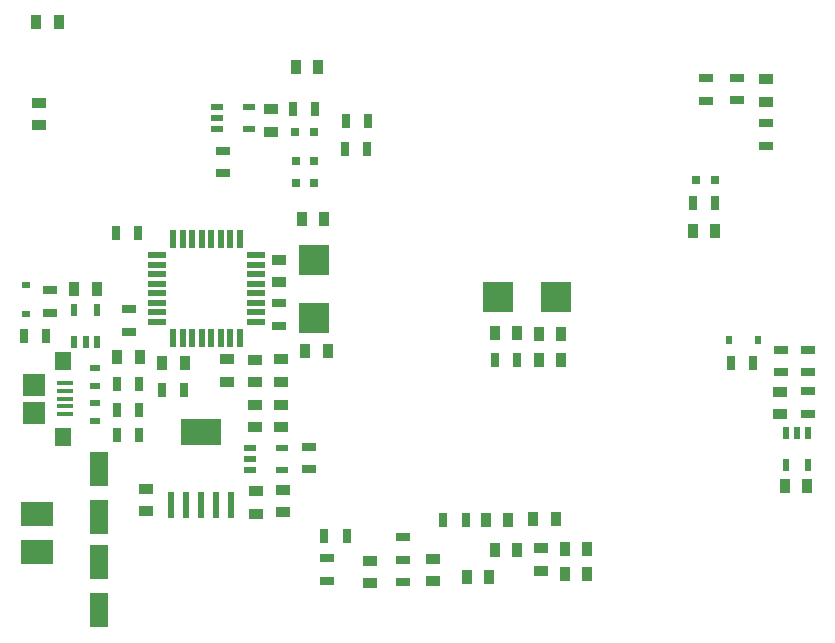
<source format=gtp>
G04*
G04 #@! TF.GenerationSoftware,Altium Limited,Altium Designer,21.3.1 (25)*
G04*
G04 Layer_Color=8421504*
%FSLAX44Y44*%
%MOMM*%
G71*
G04*
G04 #@! TF.SameCoordinates,472AA62F-3F09-4C21-BF2B-41C26AEB2B16*
G04*
G04*
G04 #@! TF.FilePolarity,Positive*
G04*
G01*
G75*
%ADD15R,3.5000X2.2000*%
%ADD16R,0.6000X2.2000*%
%ADD17R,1.2000X0.9000*%
%ADD18R,2.7000X2.0000*%
%ADD19R,1.3000X0.7000*%
%ADD20R,0.7000X1.3000*%
%ADD21R,2.5000X2.6000*%
%ADD22R,2.6000X2.5000*%
%ADD23R,1.0000X0.5500*%
%ADD24R,0.5500X1.0000*%
%ADD25R,1.6000X3.0000*%
%ADD26R,0.8000X0.8000*%
%ADD27R,1.9000X1.9000*%
%ADD28R,1.4000X1.6000*%
%ADD29R,1.3500X0.4000*%
%ADD30R,1.5000X0.5500*%
%ADD31R,0.5500X1.5000*%
%ADD32R,0.6858X0.5588*%
%ADD33R,0.5588X0.6858*%
%ADD34R,0.9000X0.6000*%
%ADD35R,0.9000X1.2000*%
D15*
X164084Y171208D02*
D03*
D16*
X189484Y109208D02*
D03*
X176784D02*
D03*
X164084D02*
D03*
X151384D02*
D03*
X138684D02*
D03*
D17*
X210820Y121260D02*
D03*
Y102260D02*
D03*
X232410Y175412D02*
D03*
Y194412D02*
D03*
X233680Y103530D02*
D03*
Y122530D02*
D03*
X655066Y205588D02*
D03*
Y186588D02*
D03*
X223774Y444602D02*
D03*
Y425602D02*
D03*
X307340Y43230D02*
D03*
Y62230D02*
D03*
X642874Y470104D02*
D03*
Y451104D02*
D03*
X26924Y430936D02*
D03*
Y449936D02*
D03*
X186690Y233020D02*
D03*
Y214020D02*
D03*
X230886Y298348D02*
D03*
Y317348D02*
D03*
X210058Y232512D02*
D03*
Y213512D02*
D03*
X360934Y45110D02*
D03*
Y64110D02*
D03*
X452628Y53746D02*
D03*
Y72746D02*
D03*
X209804Y175412D02*
D03*
Y194412D02*
D03*
X117602Y104038D02*
D03*
Y123038D02*
D03*
X232410Y213766D02*
D03*
Y232766D02*
D03*
D18*
X25400Y69600D02*
D03*
Y101600D02*
D03*
D19*
X256032Y158598D02*
D03*
Y139598D02*
D03*
X36830Y272440D02*
D03*
Y291440D02*
D03*
X270764Y64364D02*
D03*
Y45364D02*
D03*
X678434Y222148D02*
D03*
Y241148D02*
D03*
Y186842D02*
D03*
Y205842D02*
D03*
X103378Y256184D02*
D03*
Y275184D02*
D03*
X655574Y240894D02*
D03*
Y221894D02*
D03*
X335280Y44348D02*
D03*
Y63348D02*
D03*
Y82296D02*
D03*
Y63296D02*
D03*
X643128Y432816D02*
D03*
Y413816D02*
D03*
X591820Y451764D02*
D03*
Y470764D02*
D03*
X618490Y471018D02*
D03*
Y452018D02*
D03*
X230886Y261264D02*
D03*
Y280264D02*
D03*
X183388Y390550D02*
D03*
Y409550D02*
D03*
D20*
X268884Y83312D02*
D03*
X287884D02*
D03*
X33630Y252730D02*
D03*
X14630D02*
D03*
X432410Y232156D02*
D03*
X413410D02*
D03*
X241960Y444500D02*
D03*
X260960D02*
D03*
X388468Y97028D02*
D03*
X369468D02*
D03*
X112370Y168402D02*
D03*
X93370D02*
D03*
Y190246D02*
D03*
X112370D02*
D03*
Y212090D02*
D03*
X93370D02*
D03*
X111354Y340106D02*
D03*
X92354D02*
D03*
X131216Y207264D02*
D03*
X150216D02*
D03*
X286000Y411250D02*
D03*
X305000D02*
D03*
X306000Y434500D02*
D03*
X287000D02*
D03*
X631800Y229870D02*
D03*
X612800D02*
D03*
X599694Y365252D02*
D03*
X580694D02*
D03*
D21*
X415936Y285750D02*
D03*
X464936D02*
D03*
D22*
X260350Y317108D02*
D03*
Y268108D02*
D03*
D23*
X205956Y157836D02*
D03*
Y148336D02*
D03*
Y138836D02*
D03*
X232956Y157836D02*
D03*
Y138836D02*
D03*
X178270Y446888D02*
D03*
Y437388D02*
D03*
Y427888D02*
D03*
X205270Y446888D02*
D03*
Y427888D02*
D03*
D24*
X57302Y247612D02*
D03*
X66802D02*
D03*
X76302D02*
D03*
X57302Y274612D02*
D03*
X76302D02*
D03*
X678434Y170624D02*
D03*
X668934D02*
D03*
X659434D02*
D03*
X678434Y143624D02*
D03*
X659434D02*
D03*
D25*
X78232Y20648D02*
D03*
Y61648D02*
D03*
X77724Y99388D02*
D03*
Y140388D02*
D03*
D26*
X259714Y424942D02*
D03*
X243714D02*
D03*
X260476Y382524D02*
D03*
X244476D02*
D03*
X260476Y400812D02*
D03*
X244476D02*
D03*
X599566Y385064D02*
D03*
X583566D02*
D03*
D27*
X22860Y187410D02*
D03*
Y211410D02*
D03*
D28*
X47360Y167410D02*
D03*
Y231410D02*
D03*
D29*
X49610Y212410D02*
D03*
Y205910D02*
D03*
Y199410D02*
D03*
Y192910D02*
D03*
Y186410D02*
D03*
D30*
X211164Y264862D02*
D03*
Y272862D02*
D03*
Y280862D02*
D03*
Y288862D02*
D03*
Y296862D02*
D03*
Y304862D02*
D03*
Y312862D02*
D03*
Y320862D02*
D03*
X127164D02*
D03*
Y312862D02*
D03*
Y304862D02*
D03*
Y296862D02*
D03*
Y288862D02*
D03*
Y280862D02*
D03*
Y272862D02*
D03*
Y264862D02*
D03*
D31*
X197164Y334862D02*
D03*
X189164D02*
D03*
X181164D02*
D03*
X173164D02*
D03*
X165164D02*
D03*
X157164D02*
D03*
X149164D02*
D03*
X141164D02*
D03*
Y250862D02*
D03*
X149164D02*
D03*
X157164D02*
D03*
X165164D02*
D03*
X173164D02*
D03*
X181164D02*
D03*
X189164D02*
D03*
X197164D02*
D03*
D32*
X16510Y295402D02*
D03*
Y271018D02*
D03*
D33*
X611886Y248920D02*
D03*
X636270D02*
D03*
D34*
X74676Y180714D02*
D03*
Y195714D02*
D03*
Y225432D02*
D03*
Y210432D02*
D03*
D35*
X271628Y239522D02*
D03*
X252628D02*
D03*
X93726Y234442D02*
D03*
X112726D02*
D03*
X57302Y292100D02*
D03*
X76302D02*
D03*
X658774Y125476D02*
D03*
X677774D02*
D03*
X445922Y97282D02*
D03*
X464922D02*
D03*
X424536Y97028D02*
D03*
X405536D02*
D03*
X244500Y480060D02*
D03*
X263500D02*
D03*
X389534Y48768D02*
D03*
X408534D02*
D03*
X472490Y50800D02*
D03*
X491490D02*
D03*
X469240Y254000D02*
D03*
X450240D02*
D03*
X413410Y255270D02*
D03*
X432410D02*
D03*
X432410Y71374D02*
D03*
X413410D02*
D03*
X469494Y232156D02*
D03*
X450494D02*
D03*
X491592Y72644D02*
D03*
X472592D02*
D03*
X25044Y518668D02*
D03*
X44044D02*
D03*
X268580Y351790D02*
D03*
X249580D02*
D03*
X131826Y229616D02*
D03*
X150826D02*
D03*
X581050Y341630D02*
D03*
X600050D02*
D03*
M02*

</source>
